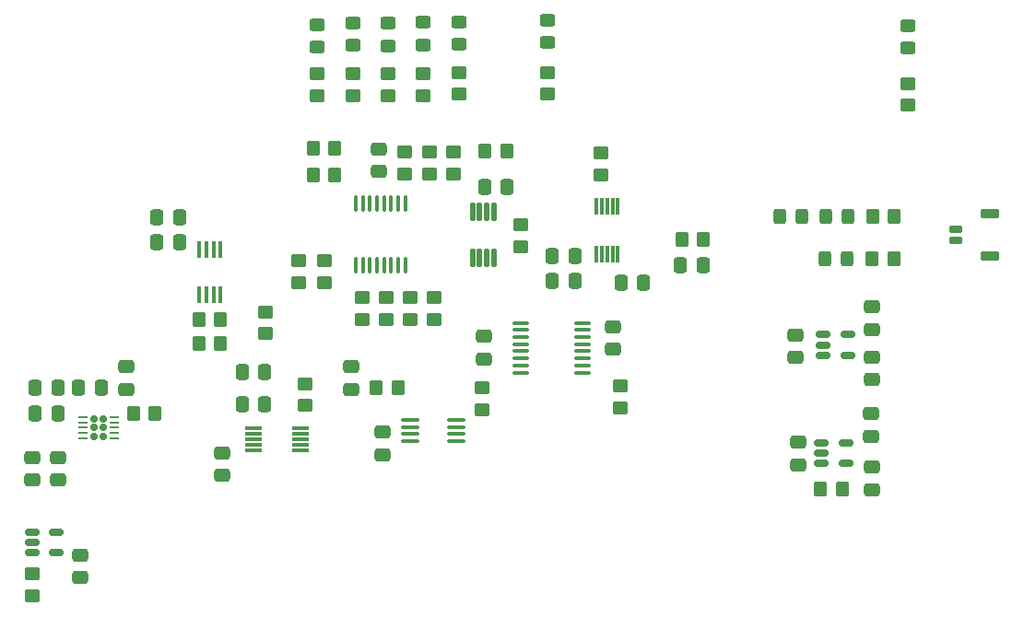
<source format=gbr>
%TF.GenerationSoftware,KiCad,Pcbnew,8.0.8*%
%TF.CreationDate,2025-07-15T12:33:29-07:00*%
%TF.ProjectId,complete_SR1,636f6d70-6c65-4746-955f-5352312e6b69,rev?*%
%TF.SameCoordinates,Original*%
%TF.FileFunction,Paste,Top*%
%TF.FilePolarity,Positive*%
%FSLAX46Y46*%
G04 Gerber Fmt 4.6, Leading zero omitted, Abs format (unit mm)*
G04 Created by KiCad (PCBNEW 8.0.8) date 2025-07-15 12:33:29*
%MOMM*%
%LPD*%
G01*
G04 APERTURE LIST*
G04 Aperture macros list*
%AMRoundRect*
0 Rectangle with rounded corners*
0 $1 Rounding radius*
0 $2 $3 $4 $5 $6 $7 $8 $9 X,Y pos of 4 corners*
0 Add a 4 corners polygon primitive as box body*
4,1,4,$2,$3,$4,$5,$6,$7,$8,$9,$2,$3,0*
0 Add four circle primitives for the rounded corners*
1,1,$1+$1,$2,$3*
1,1,$1+$1,$4,$5*
1,1,$1+$1,$6,$7*
1,1,$1+$1,$8,$9*
0 Add four rect primitives between the rounded corners*
20,1,$1+$1,$2,$3,$4,$5,0*
20,1,$1+$1,$4,$5,$6,$7,0*
20,1,$1+$1,$6,$7,$8,$9,0*
20,1,$1+$1,$8,$9,$2,$3,0*%
G04 Aperture macros list end*
%ADD10RoundRect,0.100000X0.100000X-0.637500X0.100000X0.637500X-0.100000X0.637500X-0.100000X-0.637500X0*%
%ADD11RoundRect,0.125000X0.125000X-0.687500X0.125000X0.687500X-0.125000X0.687500X-0.125000X-0.687500X0*%
%ADD12RoundRect,0.100000X-0.637500X-0.100000X0.637500X-0.100000X0.637500X0.100000X-0.637500X0.100000X0*%
%ADD13RoundRect,0.250000X-0.350000X-0.450000X0.350000X-0.450000X0.350000X0.450000X-0.350000X0.450000X0*%
%ADD14RoundRect,0.250000X0.337500X0.475000X-0.337500X0.475000X-0.337500X-0.475000X0.337500X-0.475000X0*%
%ADD15RoundRect,0.150000X0.475000X-0.150000X0.475000X0.150000X-0.475000X0.150000X-0.475000X-0.150000X0*%
%ADD16RoundRect,0.225000X0.625000X-0.225000X0.625000X0.225000X-0.625000X0.225000X-0.625000X-0.225000X0*%
%ADD17RoundRect,0.250000X-0.475000X0.337500X-0.475000X-0.337500X0.475000X-0.337500X0.475000X0.337500X0*%
%ADD18RoundRect,0.250000X-0.337500X-0.475000X0.337500X-0.475000X0.337500X0.475000X-0.337500X0.475000X0*%
%ADD19RoundRect,0.250000X0.475000X-0.337500X0.475000X0.337500X-0.475000X0.337500X-0.475000X-0.337500X0*%
%ADD20R,0.457200X1.524000*%
%ADD21RoundRect,0.160000X-0.170000X-0.160000X0.170000X-0.160000X0.170000X0.160000X-0.170000X0.160000X0*%
%ADD22RoundRect,0.062500X-0.365000X-0.062500X0.365000X-0.062500X0.365000X0.062500X-0.365000X0.062500X0*%
%ADD23RoundRect,0.150000X-0.512500X-0.150000X0.512500X-0.150000X0.512500X0.150000X-0.512500X0.150000X0*%
%ADD24R,0.330200X1.524000*%
%ADD25R,1.524000X0.330200*%
%ADD26RoundRect,0.100000X-0.712500X-0.100000X0.712500X-0.100000X0.712500X0.100000X-0.712500X0.100000X0*%
%ADD27RoundRect,0.250000X0.450000X-0.350000X0.450000X0.350000X-0.450000X0.350000X-0.450000X-0.350000X0*%
%ADD28RoundRect,0.250000X0.350000X0.450000X-0.350000X0.450000X-0.350000X-0.450000X0.350000X-0.450000X0*%
%ADD29RoundRect,0.250000X-0.450000X0.350000X-0.450000X-0.350000X0.450000X-0.350000X0.450000X0.350000X0*%
%ADD30RoundRect,0.250000X0.325000X0.450000X-0.325000X0.450000X-0.325000X-0.450000X0.325000X-0.450000X0*%
%ADD31RoundRect,0.250000X0.450000X-0.325000X0.450000X0.325000X-0.450000X0.325000X-0.450000X-0.325000X0*%
G04 APERTURE END LIST*
D10*
%TO.C,U11*%
X46025000Y-41832500D03*
X46675000Y-41832500D03*
X47325000Y-41832500D03*
X47975000Y-41832500D03*
X48625000Y-41832500D03*
X49275000Y-41832500D03*
X49925000Y-41832500D03*
X50575000Y-41832500D03*
X50575000Y-36107500D03*
X49925000Y-36107500D03*
X49275000Y-36107500D03*
X48625000Y-36107500D03*
X47975000Y-36107500D03*
X47325000Y-36107500D03*
X46675000Y-36107500D03*
X46025000Y-36107500D03*
%TD*%
D11*
%TO.C,U8*%
X56750000Y-41162500D03*
X57400000Y-41162500D03*
X58050000Y-41162500D03*
X58700000Y-41162500D03*
X58700000Y-36937500D03*
X58050000Y-36937500D03*
X57400000Y-36937500D03*
X56750000Y-36937500D03*
%TD*%
D12*
%TO.C,U3*%
X61137500Y-47125000D03*
X61137500Y-47775000D03*
X61137500Y-48425000D03*
X61137500Y-49075000D03*
X61137500Y-49725000D03*
X61137500Y-50375000D03*
X61137500Y-51025000D03*
X61137500Y-51675000D03*
X66862500Y-51675000D03*
X66862500Y-51025000D03*
X66862500Y-50375000D03*
X66862500Y-49725000D03*
X66862500Y-49075000D03*
X66862500Y-48425000D03*
X66862500Y-47775000D03*
X66862500Y-47125000D03*
%TD*%
D13*
%TO.C,R10*%
X75960000Y-39420000D03*
X77960000Y-39420000D03*
%TD*%
D14*
%TO.C,C3*%
X77927500Y-41840000D03*
X75852500Y-41840000D03*
%TD*%
D15*
%TO.C,J10*%
X101175000Y-39500000D03*
X101175000Y-38500000D03*
D16*
X104300000Y-40950000D03*
X104300000Y-37050000D03*
%TD*%
D17*
%TO.C,XC32*%
X48500000Y-57162500D03*
X48500000Y-59237500D03*
%TD*%
D14*
%TO.C,XC31*%
X29837500Y-37400000D03*
X27762500Y-37400000D03*
%TD*%
%TO.C,XC30*%
X29837500Y-39700000D03*
X27762500Y-39700000D03*
%TD*%
D18*
%TO.C,XC29*%
X35562500Y-54610000D03*
X37637500Y-54610000D03*
%TD*%
D14*
%TO.C,XC28*%
X37637500Y-51600000D03*
X35562500Y-51600000D03*
%TD*%
D19*
%TO.C,XC27*%
X33700000Y-61137500D03*
X33700000Y-59062500D03*
%TD*%
%TO.C,XC26*%
X24900000Y-53237500D03*
X24900000Y-51162500D03*
%TD*%
D14*
%TO.C,XC25*%
X18627500Y-53100000D03*
X16552500Y-53100000D03*
%TD*%
%TO.C,XC24*%
X18627500Y-55472500D03*
X16552500Y-55472500D03*
%TD*%
D17*
%TO.C,XC23*%
X16300000Y-59500000D03*
X16300000Y-61575000D03*
%TD*%
%TO.C,XC22*%
X18710000Y-61575000D03*
X18710000Y-59500000D03*
%TD*%
%TO.C,XC21*%
X20700000Y-68462500D03*
X20700000Y-70537500D03*
%TD*%
D19*
%TO.C,XC14*%
X57800000Y-50437500D03*
X57800000Y-48362500D03*
%TD*%
%TO.C,XC12*%
X69600000Y-49537500D03*
X69600000Y-47462500D03*
%TD*%
D14*
%TO.C,XC11*%
X72437500Y-43400000D03*
X70362500Y-43400000D03*
%TD*%
%TO.C,XC10*%
X66137500Y-41000000D03*
X64062500Y-41000000D03*
%TD*%
%TO.C,XC9*%
X66137500Y-43211299D03*
X64062500Y-43211299D03*
%TD*%
D18*
%TO.C,XC8*%
X57862500Y-34600000D03*
X59937500Y-34600000D03*
%TD*%
D19*
%TO.C,XC7*%
X48140000Y-33207500D03*
X48140000Y-31132500D03*
%TD*%
D17*
%TO.C,XC6*%
X93437500Y-45622500D03*
X93437500Y-47697500D03*
%TD*%
D19*
%TO.C,XC5*%
X93437500Y-52335000D03*
X93437500Y-50260000D03*
%TD*%
%TO.C,XC4*%
X86437500Y-50297500D03*
X86437500Y-48222500D03*
%TD*%
D17*
%TO.C,XC3*%
X93325000Y-55462500D03*
X93325000Y-57537500D03*
%TD*%
D19*
%TO.C,XC2*%
X93425000Y-62437500D03*
X93425000Y-60362500D03*
%TD*%
%TO.C,XC1*%
X86650000Y-60147500D03*
X86650000Y-58072500D03*
%TD*%
D20*
%TO.C,U15*%
X31650002Y-44487200D03*
X32300000Y-44487200D03*
X32950002Y-44487200D03*
X33600000Y-44487200D03*
X33600000Y-40400000D03*
X32950002Y-40400000D03*
X32300000Y-40400000D03*
X31650002Y-40400000D03*
%TD*%
D21*
%TO.C,U14*%
X21990000Y-55962500D03*
X21990000Y-56752500D03*
X21990000Y-57542500D03*
X22810000Y-55962500D03*
X22810000Y-56752500D03*
X22810000Y-57542500D03*
D22*
X20952500Y-55752500D03*
X20952500Y-56252500D03*
X20952500Y-56752500D03*
X20952500Y-57252500D03*
X20952500Y-57752500D03*
X23847500Y-57752500D03*
X23847500Y-57252500D03*
X23847500Y-56752500D03*
X23847500Y-56252500D03*
X23847500Y-55752500D03*
%TD*%
D23*
%TO.C,U13*%
X91200000Y-48200000D03*
X91200000Y-50100000D03*
X88925000Y-50100000D03*
X88925000Y-49150000D03*
X88925000Y-48200000D03*
%TD*%
%TO.C,U12*%
X88787500Y-58150000D03*
X88787500Y-59100000D03*
X88787500Y-60050000D03*
X91062500Y-60050000D03*
X91062500Y-58150000D03*
%TD*%
D24*
%TO.C,U7*%
X68099999Y-36428300D03*
X68600001Y-36428300D03*
X69100000Y-36428300D03*
X69599999Y-36428300D03*
X70100001Y-36428300D03*
X70100001Y-40771700D03*
X69599999Y-40771700D03*
X69100000Y-40771700D03*
X68600001Y-40771700D03*
X68099999Y-40771700D03*
%TD*%
D23*
%TO.C,U6*%
X16262500Y-66350000D03*
X16262500Y-67300000D03*
X16262500Y-68250000D03*
X18537500Y-68250000D03*
X18537500Y-66350000D03*
%TD*%
D25*
%TO.C,U5*%
X36628300Y-56799999D03*
X36628300Y-57300001D03*
X36628300Y-57800000D03*
X36628300Y-58299999D03*
X36628300Y-58800001D03*
X40971700Y-58800001D03*
X40971700Y-58299999D03*
X40971700Y-57800000D03*
X40971700Y-57300001D03*
X40971700Y-56799999D03*
%TD*%
D26*
%TO.C,U2*%
X50987500Y-56025000D03*
X50987500Y-56675000D03*
X50987500Y-57325000D03*
X50987500Y-57975000D03*
X55212500Y-57975000D03*
X55212500Y-57325000D03*
X55212500Y-56675000D03*
X55212500Y-56025000D03*
%TD*%
D27*
%TO.C,RP13*%
X41400000Y-54700000D03*
X41400000Y-52700000D03*
%TD*%
%TO.C,RP12*%
X68500000Y-33500000D03*
X68500000Y-31500000D03*
%TD*%
D13*
%TO.C,RP11*%
X25600000Y-55400000D03*
X27600000Y-55400000D03*
%TD*%
D28*
%TO.C,RP10*%
X42090000Y-31090000D03*
X44090000Y-31090000D03*
%TD*%
D13*
%TO.C,RP9*%
X59900000Y-31300000D03*
X57900000Y-31300000D03*
%TD*%
D28*
%TO.C,RP8*%
X42090000Y-33510000D03*
X44090000Y-33510000D03*
%TD*%
D27*
%TO.C,RP7*%
X70300000Y-54900000D03*
X70300000Y-52900000D03*
%TD*%
D29*
%TO.C,RP6*%
X40800000Y-43400000D03*
X40800000Y-41400000D03*
%TD*%
%TO.C,RP4*%
X43100000Y-43400000D03*
X43100000Y-41400000D03*
%TD*%
D13*
%TO.C,RP2*%
X88725000Y-62400000D03*
X90725000Y-62400000D03*
%TD*%
D27*
%TO.C,RP1*%
X57600000Y-55100000D03*
X57600000Y-53100000D03*
%TD*%
D29*
%TO.C,R25*%
X42500000Y-24200000D03*
X42500000Y-26200000D03*
%TD*%
%TO.C,R24*%
X63600000Y-26100000D03*
X63600000Y-24100000D03*
%TD*%
%TO.C,R23*%
X55500000Y-26100000D03*
X55500000Y-24100000D03*
%TD*%
%TO.C,R22*%
X52200000Y-26200000D03*
X52200000Y-24200000D03*
%TD*%
%TO.C,R21*%
X49000000Y-26200000D03*
X49000000Y-24200000D03*
%TD*%
%TO.C,R20*%
X45800000Y-26200000D03*
X45800000Y-24200000D03*
%TD*%
%TO.C,R19*%
X96700000Y-27100000D03*
X96700000Y-25100000D03*
%TD*%
D13*
%TO.C,R18*%
X95450000Y-41200000D03*
X93450000Y-41200000D03*
%TD*%
D29*
%TO.C,R17*%
X37700000Y-46100000D03*
X37700000Y-48100000D03*
%TD*%
D28*
%TO.C,R16*%
X33600000Y-46800000D03*
X31600000Y-46800000D03*
%TD*%
%TO.C,R15*%
X33600000Y-49000000D03*
X31600000Y-49000000D03*
%TD*%
D27*
%TO.C,R14*%
X16300000Y-72200000D03*
X16300000Y-70200000D03*
%TD*%
D13*
%TO.C,R13*%
X47900000Y-53100000D03*
X49900000Y-53100000D03*
%TD*%
%TO.C,R9*%
X95475000Y-37300000D03*
X93475000Y-37300000D03*
%TD*%
D27*
%TO.C,R8*%
X61200000Y-38100000D03*
X61200000Y-40100000D03*
%TD*%
%TO.C,R7*%
X54980000Y-31417500D03*
X54980000Y-33417500D03*
%TD*%
%TO.C,R6*%
X52770000Y-31430000D03*
X52770000Y-33430000D03*
%TD*%
%TO.C,R5*%
X50500000Y-31417500D03*
X50500000Y-33417500D03*
%TD*%
D29*
%TO.C,R4*%
X53200000Y-44800000D03*
X53200000Y-46800000D03*
%TD*%
%TO.C,R3*%
X51000000Y-44800000D03*
X51000000Y-46800000D03*
%TD*%
%TO.C,R2*%
X48800000Y-44800000D03*
X48800000Y-46800000D03*
%TD*%
%TO.C,R1*%
X46600000Y-44800000D03*
X46600000Y-46800000D03*
%TD*%
D30*
%TO.C,D12*%
X91225000Y-37300000D03*
X89175000Y-37300000D03*
%TD*%
%TO.C,D11*%
X87000000Y-37300000D03*
X84950000Y-37300000D03*
%TD*%
D31*
%TO.C,D10*%
X42500000Y-21725000D03*
X42500000Y-19675000D03*
%TD*%
%TO.C,D9*%
X63600000Y-21350000D03*
X63600000Y-19300000D03*
%TD*%
%TO.C,D8*%
X55500000Y-21525000D03*
X55500000Y-19475000D03*
%TD*%
%TO.C,D7*%
X52200000Y-21550000D03*
X52200000Y-19500000D03*
%TD*%
%TO.C,D6*%
X49000000Y-21625000D03*
X49000000Y-19575000D03*
%TD*%
%TO.C,D5*%
X45800000Y-21600000D03*
X45800000Y-19550000D03*
%TD*%
%TO.C,D4*%
X96700000Y-21850000D03*
X96700000Y-19800000D03*
%TD*%
D30*
%TO.C,D3*%
X89125000Y-41245000D03*
X91175000Y-41245000D03*
%TD*%
D14*
%TO.C,C2*%
X22637500Y-53100000D03*
X20562500Y-53100000D03*
%TD*%
D19*
%TO.C,C1*%
X45600000Y-53237500D03*
X45600000Y-51162500D03*
%TD*%
M02*

</source>
